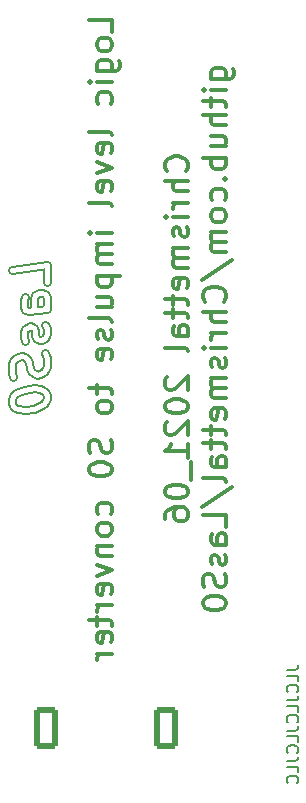
<source format=gbo>
%TF.GenerationSoftware,KiCad,Pcbnew,(5.99.0-11096-g937f5138db)*%
%TF.CreationDate,2021-07-05T20:04:54+02:00*%
%TF.ProjectId,LasS0,4c617353-302e-46b6-9963-61645f706362,v0.1*%
%TF.SameCoordinates,Original*%
%TF.FileFunction,Legend,Bot*%
%TF.FilePolarity,Positive*%
%FSLAX46Y46*%
G04 Gerber Fmt 4.6, Leading zero omitted, Abs format (unit mm)*
G04 Created by KiCad (PCBNEW (5.99.0-11096-g937f5138db)) date 2021-07-05 20:04:54*
%MOMM*%
%LPD*%
G01*
G04 APERTURE LIST*
G04 Aperture macros list*
%AMRoundRect*
0 Rectangle with rounded corners*
0 $1 Rounding radius*
0 $2 $3 $4 $5 $6 $7 $8 $9 X,Y pos of 4 corners*
0 Add a 4 corners polygon primitive as box body*
4,1,4,$2,$3,$4,$5,$6,$7,$8,$9,$2,$3,0*
0 Add four circle primitives for the rounded corners*
1,1,$1+$1,$2,$3*
1,1,$1+$1,$4,$5*
1,1,$1+$1,$6,$7*
1,1,$1+$1,$8,$9*
0 Add four rect primitives between the rounded corners*
20,1,$1+$1,$2,$3,$4,$5,0*
20,1,$1+$1,$4,$5,$6,$7,0*
20,1,$1+$1,$6,$7,$8,$9,0*
20,1,$1+$1,$8,$9,$2,$3,0*%
G04 Aperture macros list end*
%ADD10C,0.750000*%
%ADD11C,0.300000*%
%ADD12C,0.150000*%
%ADD13C,0.400000*%
%ADD14RoundRect,0.249999X0.790001X1.550001X-0.790001X1.550001X-0.790001X-1.550001X0.790001X-1.550001X0*%
%ADD15O,2.080000X3.600000*%
%ADD16C,5.700000*%
%ADD17O,1.600000X1.600000*%
%ADD18C,1.600000*%
%ADD19RoundRect,0.249999X-0.790001X-1.550001X0.790001X-1.550001X0.790001X1.550001X-0.790001X1.550001X0*%
%ADD20C,0.800000*%
G04 APERTURE END LIST*
D10*
X140977142Y-95215982D02*
X140977142Y-93787410D01*
X137977142Y-94162410D01*
X140977142Y-97501696D02*
X139405714Y-97698125D01*
X139120000Y-97590982D01*
X138977142Y-97323125D01*
X138977142Y-96751696D01*
X139120000Y-96448125D01*
X140834285Y-97519553D02*
X140977142Y-97215982D01*
X140977142Y-96501696D01*
X140834285Y-96233839D01*
X140548571Y-96126696D01*
X140262857Y-96162410D01*
X139977142Y-96340982D01*
X139834285Y-96644553D01*
X139834285Y-97358839D01*
X139691428Y-97662410D01*
X140834285Y-98805267D02*
X140977142Y-99073125D01*
X140977142Y-99644553D01*
X140834285Y-99948125D01*
X140548571Y-100126696D01*
X140405714Y-100144553D01*
X140120000Y-100037410D01*
X139977142Y-99769553D01*
X139977142Y-99340982D01*
X139834285Y-99073125D01*
X139548571Y-98965982D01*
X139405714Y-98983839D01*
X139120000Y-99162410D01*
X138977142Y-99465982D01*
X138977142Y-99894553D01*
X139120000Y-100162410D01*
X140834285Y-101233839D02*
X140977142Y-101644553D01*
X140977142Y-102358839D01*
X140834285Y-102662410D01*
X140691428Y-102823125D01*
X140405714Y-103001696D01*
X140120000Y-103037410D01*
X139834285Y-102930267D01*
X139691428Y-102805267D01*
X139548571Y-102537410D01*
X139405714Y-101983839D01*
X139262857Y-101715982D01*
X139120000Y-101590982D01*
X138834285Y-101483839D01*
X138548571Y-101519553D01*
X138262857Y-101698125D01*
X138120000Y-101858839D01*
X137977142Y-102162410D01*
X137977142Y-102876696D01*
X138120000Y-103287410D01*
X137977142Y-105162410D02*
X137977142Y-105448125D01*
X138120000Y-105715982D01*
X138262857Y-105840982D01*
X138548571Y-105948125D01*
X139120000Y-106019553D01*
X139834285Y-105930267D01*
X140405714Y-105715982D01*
X140691428Y-105537410D01*
X140834285Y-105376696D01*
X140977142Y-105073125D01*
X140977142Y-104787410D01*
X140834285Y-104519553D01*
X140691428Y-104394553D01*
X140405714Y-104287410D01*
X139834285Y-104215982D01*
X139120000Y-104305267D01*
X138548571Y-104519553D01*
X138262857Y-104698125D01*
X138120000Y-104858839D01*
X137977142Y-105162410D01*
D11*
X146489761Y-73999999D02*
X146489761Y-73047619D01*
X144489761Y-73047619D01*
X146489761Y-74952380D02*
X146394523Y-74761904D01*
X146299285Y-74666666D01*
X146108809Y-74571428D01*
X145537380Y-74571428D01*
X145346904Y-74666666D01*
X145251666Y-74761904D01*
X145156428Y-74952380D01*
X145156428Y-75238095D01*
X145251666Y-75428571D01*
X145346904Y-75523809D01*
X145537380Y-75619047D01*
X146108809Y-75619047D01*
X146299285Y-75523809D01*
X146394523Y-75428571D01*
X146489761Y-75238095D01*
X146489761Y-74952380D01*
X145156428Y-77333333D02*
X146775476Y-77333333D01*
X146965952Y-77238095D01*
X147061190Y-77142857D01*
X147156428Y-76952380D01*
X147156428Y-76666666D01*
X147061190Y-76476190D01*
X146394523Y-77333333D02*
X146489761Y-77142857D01*
X146489761Y-76761904D01*
X146394523Y-76571428D01*
X146299285Y-76476190D01*
X146108809Y-76380952D01*
X145537380Y-76380952D01*
X145346904Y-76476190D01*
X145251666Y-76571428D01*
X145156428Y-76761904D01*
X145156428Y-77142857D01*
X145251666Y-77333333D01*
X146489761Y-78285714D02*
X145156428Y-78285714D01*
X144489761Y-78285714D02*
X144585000Y-78190476D01*
X144680238Y-78285714D01*
X144585000Y-78380952D01*
X144489761Y-78285714D01*
X144680238Y-78285714D01*
X146394523Y-80095238D02*
X146489761Y-79904761D01*
X146489761Y-79523809D01*
X146394523Y-79333333D01*
X146299285Y-79238095D01*
X146108809Y-79142857D01*
X145537380Y-79142857D01*
X145346904Y-79238095D01*
X145251666Y-79333333D01*
X145156428Y-79523809D01*
X145156428Y-79904761D01*
X145251666Y-80095238D01*
X146489761Y-82761904D02*
X146394523Y-82571428D01*
X146204047Y-82476190D01*
X144489761Y-82476190D01*
X146394523Y-84285714D02*
X146489761Y-84095238D01*
X146489761Y-83714285D01*
X146394523Y-83523809D01*
X146204047Y-83428571D01*
X145442142Y-83428571D01*
X145251666Y-83523809D01*
X145156428Y-83714285D01*
X145156428Y-84095238D01*
X145251666Y-84285714D01*
X145442142Y-84380952D01*
X145632619Y-84380952D01*
X145823095Y-83428571D01*
X145156428Y-85047619D02*
X146489761Y-85523809D01*
X145156428Y-85999999D01*
X146394523Y-87523809D02*
X146489761Y-87333333D01*
X146489761Y-86952380D01*
X146394523Y-86761904D01*
X146204047Y-86666666D01*
X145442142Y-86666666D01*
X145251666Y-86761904D01*
X145156428Y-86952380D01*
X145156428Y-87333333D01*
X145251666Y-87523809D01*
X145442142Y-87619047D01*
X145632619Y-87619047D01*
X145823095Y-86666666D01*
X146489761Y-88761904D02*
X146394523Y-88571428D01*
X146204047Y-88476190D01*
X144489761Y-88476190D01*
X146489761Y-91047619D02*
X145156428Y-91047619D01*
X144489761Y-91047619D02*
X144585000Y-90952380D01*
X144680238Y-91047619D01*
X144585000Y-91142857D01*
X144489761Y-91047619D01*
X144680238Y-91047619D01*
X146489761Y-91999999D02*
X145156428Y-91999999D01*
X145346904Y-91999999D02*
X145251666Y-92095238D01*
X145156428Y-92285714D01*
X145156428Y-92571428D01*
X145251666Y-92761904D01*
X145442142Y-92857142D01*
X146489761Y-92857142D01*
X145442142Y-92857142D02*
X145251666Y-92952380D01*
X145156428Y-93142857D01*
X145156428Y-93428571D01*
X145251666Y-93619047D01*
X145442142Y-93714285D01*
X146489761Y-93714285D01*
X145156428Y-94666666D02*
X147156428Y-94666666D01*
X145251666Y-94666666D02*
X145156428Y-94857142D01*
X145156428Y-95238095D01*
X145251666Y-95428571D01*
X145346904Y-95523809D01*
X145537380Y-95619047D01*
X146108809Y-95619047D01*
X146299285Y-95523809D01*
X146394523Y-95428571D01*
X146489761Y-95238095D01*
X146489761Y-94857142D01*
X146394523Y-94666666D01*
X145156428Y-97333333D02*
X146489761Y-97333333D01*
X145156428Y-96476190D02*
X146204047Y-96476190D01*
X146394523Y-96571428D01*
X146489761Y-96761904D01*
X146489761Y-97047619D01*
X146394523Y-97238095D01*
X146299285Y-97333333D01*
X146489761Y-98571428D02*
X146394523Y-98380952D01*
X146204047Y-98285714D01*
X144489761Y-98285714D01*
X146394523Y-99238095D02*
X146489761Y-99428571D01*
X146489761Y-99809523D01*
X146394523Y-99999999D01*
X146204047Y-100095238D01*
X146108809Y-100095238D01*
X145918333Y-99999999D01*
X145823095Y-99809523D01*
X145823095Y-99523809D01*
X145727857Y-99333333D01*
X145537380Y-99238095D01*
X145442142Y-99238095D01*
X145251666Y-99333333D01*
X145156428Y-99523809D01*
X145156428Y-99809523D01*
X145251666Y-99999999D01*
X146394523Y-101714285D02*
X146489761Y-101523809D01*
X146489761Y-101142857D01*
X146394523Y-100952380D01*
X146204047Y-100857142D01*
X145442142Y-100857142D01*
X145251666Y-100952380D01*
X145156428Y-101142857D01*
X145156428Y-101523809D01*
X145251666Y-101714285D01*
X145442142Y-101809523D01*
X145632619Y-101809523D01*
X145823095Y-100857142D01*
X145156428Y-103904761D02*
X145156428Y-104666666D01*
X144489761Y-104190476D02*
X146204047Y-104190476D01*
X146394523Y-104285714D01*
X146489761Y-104476190D01*
X146489761Y-104666666D01*
X146489761Y-105619047D02*
X146394523Y-105428571D01*
X146299285Y-105333333D01*
X146108809Y-105238095D01*
X145537380Y-105238095D01*
X145346904Y-105333333D01*
X145251666Y-105428571D01*
X145156428Y-105619047D01*
X145156428Y-105904761D01*
X145251666Y-106095238D01*
X145346904Y-106190476D01*
X145537380Y-106285714D01*
X146108809Y-106285714D01*
X146299285Y-106190476D01*
X146394523Y-106095238D01*
X146489761Y-105904761D01*
X146489761Y-105619047D01*
X146394523Y-108571428D02*
X146489761Y-108857142D01*
X146489761Y-109333333D01*
X146394523Y-109523809D01*
X146299285Y-109619047D01*
X146108809Y-109714285D01*
X145918333Y-109714285D01*
X145727857Y-109619047D01*
X145632619Y-109523809D01*
X145537380Y-109333333D01*
X145442142Y-108952380D01*
X145346904Y-108761904D01*
X145251666Y-108666666D01*
X145061190Y-108571428D01*
X144870714Y-108571428D01*
X144680238Y-108666666D01*
X144585000Y-108761904D01*
X144489761Y-108952380D01*
X144489761Y-109428571D01*
X144585000Y-109714285D01*
X144489761Y-110952380D02*
X144489761Y-111142857D01*
X144585000Y-111333333D01*
X144680238Y-111428571D01*
X144870714Y-111523809D01*
X145251666Y-111619047D01*
X145727857Y-111619047D01*
X146108809Y-111523809D01*
X146299285Y-111428571D01*
X146394523Y-111333333D01*
X146489761Y-111142857D01*
X146489761Y-110952380D01*
X146394523Y-110761904D01*
X146299285Y-110666666D01*
X146108809Y-110571428D01*
X145727857Y-110476190D01*
X145251666Y-110476190D01*
X144870714Y-110571428D01*
X144680238Y-110666666D01*
X144585000Y-110761904D01*
X144489761Y-110952380D01*
X146394523Y-114857142D02*
X146489761Y-114666666D01*
X146489761Y-114285714D01*
X146394523Y-114095238D01*
X146299285Y-113999999D01*
X146108809Y-113904761D01*
X145537380Y-113904761D01*
X145346904Y-113999999D01*
X145251666Y-114095238D01*
X145156428Y-114285714D01*
X145156428Y-114666666D01*
X145251666Y-114857142D01*
X146489761Y-115999999D02*
X146394523Y-115809523D01*
X146299285Y-115714285D01*
X146108809Y-115619047D01*
X145537380Y-115619047D01*
X145346904Y-115714285D01*
X145251666Y-115809523D01*
X145156428Y-115999999D01*
X145156428Y-116285714D01*
X145251666Y-116476190D01*
X145346904Y-116571428D01*
X145537380Y-116666666D01*
X146108809Y-116666666D01*
X146299285Y-116571428D01*
X146394523Y-116476190D01*
X146489761Y-116285714D01*
X146489761Y-115999999D01*
X145156428Y-117523809D02*
X146489761Y-117523809D01*
X145346904Y-117523809D02*
X145251666Y-117619047D01*
X145156428Y-117809523D01*
X145156428Y-118095238D01*
X145251666Y-118285714D01*
X145442142Y-118380952D01*
X146489761Y-118380952D01*
X145156428Y-119142857D02*
X146489761Y-119619047D01*
X145156428Y-120095238D01*
X146394523Y-121619047D02*
X146489761Y-121428571D01*
X146489761Y-121047619D01*
X146394523Y-120857142D01*
X146204047Y-120761904D01*
X145442142Y-120761904D01*
X145251666Y-120857142D01*
X145156428Y-121047619D01*
X145156428Y-121428571D01*
X145251666Y-121619047D01*
X145442142Y-121714285D01*
X145632619Y-121714285D01*
X145823095Y-120761904D01*
X146489761Y-122571428D02*
X145156428Y-122571428D01*
X145537380Y-122571428D02*
X145346904Y-122666666D01*
X145251666Y-122761904D01*
X145156428Y-122952380D01*
X145156428Y-123142857D01*
X145156428Y-123523809D02*
X145156428Y-124285714D01*
X144489761Y-123809523D02*
X146204047Y-123809523D01*
X146394523Y-123904761D01*
X146489761Y-124095238D01*
X146489761Y-124285714D01*
X146394523Y-125714285D02*
X146489761Y-125523809D01*
X146489761Y-125142857D01*
X146394523Y-124952380D01*
X146204047Y-124857142D01*
X145442142Y-124857142D01*
X145251666Y-124952380D01*
X145156428Y-125142857D01*
X145156428Y-125523809D01*
X145251666Y-125714285D01*
X145442142Y-125809523D01*
X145632619Y-125809523D01*
X145823095Y-124857142D01*
X146489761Y-126666666D02*
X145156428Y-126666666D01*
X145537380Y-126666666D02*
X145346904Y-126761904D01*
X145251666Y-126857142D01*
X145156428Y-127047619D01*
X145156428Y-127238095D01*
X152739285Y-85809523D02*
X152834523Y-85714285D01*
X152929761Y-85428571D01*
X152929761Y-85238095D01*
X152834523Y-84952380D01*
X152644047Y-84761904D01*
X152453571Y-84666666D01*
X152072619Y-84571428D01*
X151786904Y-84571428D01*
X151405952Y-84666666D01*
X151215476Y-84761904D01*
X151025000Y-84952380D01*
X150929761Y-85238095D01*
X150929761Y-85428571D01*
X151025000Y-85714285D01*
X151120238Y-85809523D01*
X152929761Y-86666666D02*
X150929761Y-86666666D01*
X152929761Y-87523809D02*
X151882142Y-87523809D01*
X151691666Y-87428571D01*
X151596428Y-87238095D01*
X151596428Y-86952380D01*
X151691666Y-86761904D01*
X151786904Y-86666666D01*
X152929761Y-88476190D02*
X151596428Y-88476190D01*
X151977380Y-88476190D02*
X151786904Y-88571428D01*
X151691666Y-88666666D01*
X151596428Y-88857142D01*
X151596428Y-89047619D01*
X152929761Y-89714285D02*
X151596428Y-89714285D01*
X150929761Y-89714285D02*
X151025000Y-89619047D01*
X151120238Y-89714285D01*
X151025000Y-89809523D01*
X150929761Y-89714285D01*
X151120238Y-89714285D01*
X152834523Y-90571428D02*
X152929761Y-90761904D01*
X152929761Y-91142857D01*
X152834523Y-91333333D01*
X152644047Y-91428571D01*
X152548809Y-91428571D01*
X152358333Y-91333333D01*
X152263095Y-91142857D01*
X152263095Y-90857142D01*
X152167857Y-90666666D01*
X151977380Y-90571428D01*
X151882142Y-90571428D01*
X151691666Y-90666666D01*
X151596428Y-90857142D01*
X151596428Y-91142857D01*
X151691666Y-91333333D01*
X152929761Y-92285714D02*
X151596428Y-92285714D01*
X151786904Y-92285714D02*
X151691666Y-92380952D01*
X151596428Y-92571428D01*
X151596428Y-92857142D01*
X151691666Y-93047619D01*
X151882142Y-93142857D01*
X152929761Y-93142857D01*
X151882142Y-93142857D02*
X151691666Y-93238095D01*
X151596428Y-93428571D01*
X151596428Y-93714285D01*
X151691666Y-93904761D01*
X151882142Y-94000000D01*
X152929761Y-94000000D01*
X152834523Y-95714285D02*
X152929761Y-95523809D01*
X152929761Y-95142857D01*
X152834523Y-94952380D01*
X152644047Y-94857142D01*
X151882142Y-94857142D01*
X151691666Y-94952380D01*
X151596428Y-95142857D01*
X151596428Y-95523809D01*
X151691666Y-95714285D01*
X151882142Y-95809523D01*
X152072619Y-95809523D01*
X152263095Y-94857142D01*
X151596428Y-96380952D02*
X151596428Y-97142857D01*
X150929761Y-96666666D02*
X152644047Y-96666666D01*
X152834523Y-96761904D01*
X152929761Y-96952380D01*
X152929761Y-97142857D01*
X151596428Y-97523809D02*
X151596428Y-98285714D01*
X150929761Y-97809523D02*
X152644047Y-97809523D01*
X152834523Y-97904761D01*
X152929761Y-98095238D01*
X152929761Y-98285714D01*
X152929761Y-99809523D02*
X151882142Y-99809523D01*
X151691666Y-99714285D01*
X151596428Y-99523809D01*
X151596428Y-99142857D01*
X151691666Y-98952380D01*
X152834523Y-99809523D02*
X152929761Y-99619047D01*
X152929761Y-99142857D01*
X152834523Y-98952380D01*
X152644047Y-98857142D01*
X152453571Y-98857142D01*
X152263095Y-98952380D01*
X152167857Y-99142857D01*
X152167857Y-99619047D01*
X152072619Y-99809523D01*
X152929761Y-101047619D02*
X152834523Y-100857142D01*
X152644047Y-100761904D01*
X150929761Y-100761904D01*
X151120238Y-103238095D02*
X151025000Y-103333333D01*
X150929761Y-103523809D01*
X150929761Y-104000000D01*
X151025000Y-104190476D01*
X151120238Y-104285714D01*
X151310714Y-104380952D01*
X151501190Y-104380952D01*
X151786904Y-104285714D01*
X152929761Y-103142857D01*
X152929761Y-104380952D01*
X150929761Y-105619047D02*
X150929761Y-105809523D01*
X151025000Y-106000000D01*
X151120238Y-106095238D01*
X151310714Y-106190476D01*
X151691666Y-106285714D01*
X152167857Y-106285714D01*
X152548809Y-106190476D01*
X152739285Y-106095238D01*
X152834523Y-106000000D01*
X152929761Y-105809523D01*
X152929761Y-105619047D01*
X152834523Y-105428571D01*
X152739285Y-105333333D01*
X152548809Y-105238095D01*
X152167857Y-105142857D01*
X151691666Y-105142857D01*
X151310714Y-105238095D01*
X151120238Y-105333333D01*
X151025000Y-105428571D01*
X150929761Y-105619047D01*
X151120238Y-107047619D02*
X151025000Y-107142857D01*
X150929761Y-107333333D01*
X150929761Y-107809523D01*
X151025000Y-108000000D01*
X151120238Y-108095238D01*
X151310714Y-108190476D01*
X151501190Y-108190476D01*
X151786904Y-108095238D01*
X152929761Y-106952380D01*
X152929761Y-108190476D01*
X152929761Y-110095238D02*
X152929761Y-108952380D01*
X152929761Y-109523809D02*
X150929761Y-109523809D01*
X151215476Y-109333333D01*
X151405952Y-109142857D01*
X151501190Y-108952380D01*
X153120238Y-110476190D02*
X153120238Y-112000000D01*
X150929761Y-112857142D02*
X150929761Y-113047619D01*
X151025000Y-113238095D01*
X151120238Y-113333333D01*
X151310714Y-113428571D01*
X151691666Y-113523809D01*
X152167857Y-113523809D01*
X152548809Y-113428571D01*
X152739285Y-113333333D01*
X152834523Y-113238095D01*
X152929761Y-113047619D01*
X152929761Y-112857142D01*
X152834523Y-112666666D01*
X152739285Y-112571428D01*
X152548809Y-112476190D01*
X152167857Y-112380952D01*
X151691666Y-112380952D01*
X151310714Y-112476190D01*
X151120238Y-112571428D01*
X151025000Y-112666666D01*
X150929761Y-112857142D01*
X150929761Y-115238095D02*
X150929761Y-114857142D01*
X151025000Y-114666666D01*
X151120238Y-114571428D01*
X151405952Y-114380952D01*
X151786904Y-114285714D01*
X152548809Y-114285714D01*
X152739285Y-114380952D01*
X152834523Y-114476190D01*
X152929761Y-114666666D01*
X152929761Y-115047619D01*
X152834523Y-115238095D01*
X152739285Y-115333333D01*
X152548809Y-115428571D01*
X152072619Y-115428571D01*
X151882142Y-115333333D01*
X151786904Y-115238095D01*
X151691666Y-115047619D01*
X151691666Y-114666666D01*
X151786904Y-114476190D01*
X151882142Y-114380952D01*
X152072619Y-114285714D01*
X154816428Y-78000000D02*
X156435476Y-78000000D01*
X156625952Y-77904761D01*
X156721190Y-77809523D01*
X156816428Y-77619047D01*
X156816428Y-77333333D01*
X156721190Y-77142857D01*
X156054523Y-78000000D02*
X156149761Y-77809523D01*
X156149761Y-77428571D01*
X156054523Y-77238095D01*
X155959285Y-77142857D01*
X155768809Y-77047619D01*
X155197380Y-77047619D01*
X155006904Y-77142857D01*
X154911666Y-77238095D01*
X154816428Y-77428571D01*
X154816428Y-77809523D01*
X154911666Y-78000000D01*
X156149761Y-78952380D02*
X154816428Y-78952380D01*
X154149761Y-78952380D02*
X154245000Y-78857142D01*
X154340238Y-78952380D01*
X154245000Y-79047619D01*
X154149761Y-78952380D01*
X154340238Y-78952380D01*
X154816428Y-79619047D02*
X154816428Y-80380952D01*
X154149761Y-79904761D02*
X155864047Y-79904761D01*
X156054523Y-80000000D01*
X156149761Y-80190476D01*
X156149761Y-80380952D01*
X156149761Y-81047619D02*
X154149761Y-81047619D01*
X156149761Y-81904761D02*
X155102142Y-81904761D01*
X154911666Y-81809523D01*
X154816428Y-81619047D01*
X154816428Y-81333333D01*
X154911666Y-81142857D01*
X155006904Y-81047619D01*
X154816428Y-83714285D02*
X156149761Y-83714285D01*
X154816428Y-82857142D02*
X155864047Y-82857142D01*
X156054523Y-82952380D01*
X156149761Y-83142857D01*
X156149761Y-83428571D01*
X156054523Y-83619047D01*
X155959285Y-83714285D01*
X156149761Y-84666666D02*
X154149761Y-84666666D01*
X154911666Y-84666666D02*
X154816428Y-84857142D01*
X154816428Y-85238095D01*
X154911666Y-85428571D01*
X155006904Y-85523809D01*
X155197380Y-85619047D01*
X155768809Y-85619047D01*
X155959285Y-85523809D01*
X156054523Y-85428571D01*
X156149761Y-85238095D01*
X156149761Y-84857142D01*
X156054523Y-84666666D01*
X155959285Y-86476190D02*
X156054523Y-86571428D01*
X156149761Y-86476190D01*
X156054523Y-86380952D01*
X155959285Y-86476190D01*
X156149761Y-86476190D01*
X156054523Y-88285714D02*
X156149761Y-88095238D01*
X156149761Y-87714285D01*
X156054523Y-87523809D01*
X155959285Y-87428571D01*
X155768809Y-87333333D01*
X155197380Y-87333333D01*
X155006904Y-87428571D01*
X154911666Y-87523809D01*
X154816428Y-87714285D01*
X154816428Y-88095238D01*
X154911666Y-88285714D01*
X156149761Y-89428571D02*
X156054523Y-89238095D01*
X155959285Y-89142857D01*
X155768809Y-89047619D01*
X155197380Y-89047619D01*
X155006904Y-89142857D01*
X154911666Y-89238095D01*
X154816428Y-89428571D01*
X154816428Y-89714285D01*
X154911666Y-89904761D01*
X155006904Y-90000000D01*
X155197380Y-90095238D01*
X155768809Y-90095238D01*
X155959285Y-90000000D01*
X156054523Y-89904761D01*
X156149761Y-89714285D01*
X156149761Y-89428571D01*
X156149761Y-90952380D02*
X154816428Y-90952380D01*
X155006904Y-90952380D02*
X154911666Y-91047619D01*
X154816428Y-91238095D01*
X154816428Y-91523809D01*
X154911666Y-91714285D01*
X155102142Y-91809523D01*
X156149761Y-91809523D01*
X155102142Y-91809523D02*
X154911666Y-91904761D01*
X154816428Y-92095238D01*
X154816428Y-92380952D01*
X154911666Y-92571428D01*
X155102142Y-92666666D01*
X156149761Y-92666666D01*
X154054523Y-95047619D02*
X156625952Y-93333333D01*
X155959285Y-96857142D02*
X156054523Y-96761904D01*
X156149761Y-96476190D01*
X156149761Y-96285714D01*
X156054523Y-96000000D01*
X155864047Y-95809523D01*
X155673571Y-95714285D01*
X155292619Y-95619047D01*
X155006904Y-95619047D01*
X154625952Y-95714285D01*
X154435476Y-95809523D01*
X154245000Y-96000000D01*
X154149761Y-96285714D01*
X154149761Y-96476190D01*
X154245000Y-96761904D01*
X154340238Y-96857142D01*
X156149761Y-97714285D02*
X154149761Y-97714285D01*
X156149761Y-98571428D02*
X155102142Y-98571428D01*
X154911666Y-98476190D01*
X154816428Y-98285714D01*
X154816428Y-98000000D01*
X154911666Y-97809523D01*
X155006904Y-97714285D01*
X156149761Y-99523809D02*
X154816428Y-99523809D01*
X155197380Y-99523809D02*
X155006904Y-99619047D01*
X154911666Y-99714285D01*
X154816428Y-99904761D01*
X154816428Y-100095238D01*
X156149761Y-100761904D02*
X154816428Y-100761904D01*
X154149761Y-100761904D02*
X154245000Y-100666666D01*
X154340238Y-100761904D01*
X154245000Y-100857142D01*
X154149761Y-100761904D01*
X154340238Y-100761904D01*
X156054523Y-101619047D02*
X156149761Y-101809523D01*
X156149761Y-102190476D01*
X156054523Y-102380952D01*
X155864047Y-102476190D01*
X155768809Y-102476190D01*
X155578333Y-102380952D01*
X155483095Y-102190476D01*
X155483095Y-101904761D01*
X155387857Y-101714285D01*
X155197380Y-101619047D01*
X155102142Y-101619047D01*
X154911666Y-101714285D01*
X154816428Y-101904761D01*
X154816428Y-102190476D01*
X154911666Y-102380952D01*
X156149761Y-103333333D02*
X154816428Y-103333333D01*
X155006904Y-103333333D02*
X154911666Y-103428571D01*
X154816428Y-103619047D01*
X154816428Y-103904761D01*
X154911666Y-104095238D01*
X155102142Y-104190476D01*
X156149761Y-104190476D01*
X155102142Y-104190476D02*
X154911666Y-104285714D01*
X154816428Y-104476190D01*
X154816428Y-104761904D01*
X154911666Y-104952380D01*
X155102142Y-105047619D01*
X156149761Y-105047619D01*
X156054523Y-106761904D02*
X156149761Y-106571428D01*
X156149761Y-106190476D01*
X156054523Y-106000000D01*
X155864047Y-105904761D01*
X155102142Y-105904761D01*
X154911666Y-106000000D01*
X154816428Y-106190476D01*
X154816428Y-106571428D01*
X154911666Y-106761904D01*
X155102142Y-106857142D01*
X155292619Y-106857142D01*
X155483095Y-105904761D01*
X154816428Y-107428571D02*
X154816428Y-108190476D01*
X154149761Y-107714285D02*
X155864047Y-107714285D01*
X156054523Y-107809523D01*
X156149761Y-108000000D01*
X156149761Y-108190476D01*
X154816428Y-108571428D02*
X154816428Y-109333333D01*
X154149761Y-108857142D02*
X155864047Y-108857142D01*
X156054523Y-108952380D01*
X156149761Y-109142857D01*
X156149761Y-109333333D01*
X156149761Y-110857142D02*
X155102142Y-110857142D01*
X154911666Y-110761904D01*
X154816428Y-110571428D01*
X154816428Y-110190476D01*
X154911666Y-110000000D01*
X156054523Y-110857142D02*
X156149761Y-110666666D01*
X156149761Y-110190476D01*
X156054523Y-110000000D01*
X155864047Y-109904761D01*
X155673571Y-109904761D01*
X155483095Y-110000000D01*
X155387857Y-110190476D01*
X155387857Y-110666666D01*
X155292619Y-110857142D01*
X156149761Y-112095238D02*
X156054523Y-111904761D01*
X155864047Y-111809523D01*
X154149761Y-111809523D01*
X154054523Y-114285714D02*
X156625952Y-112571428D01*
X156149761Y-115904761D02*
X156149761Y-114952380D01*
X154149761Y-114952380D01*
X156149761Y-117428571D02*
X155102142Y-117428571D01*
X154911666Y-117333333D01*
X154816428Y-117142857D01*
X154816428Y-116761904D01*
X154911666Y-116571428D01*
X156054523Y-117428571D02*
X156149761Y-117238095D01*
X156149761Y-116761904D01*
X156054523Y-116571428D01*
X155864047Y-116476190D01*
X155673571Y-116476190D01*
X155483095Y-116571428D01*
X155387857Y-116761904D01*
X155387857Y-117238095D01*
X155292619Y-117428571D01*
X156054523Y-118285714D02*
X156149761Y-118476190D01*
X156149761Y-118857142D01*
X156054523Y-119047619D01*
X155864047Y-119142857D01*
X155768809Y-119142857D01*
X155578333Y-119047619D01*
X155483095Y-118857142D01*
X155483095Y-118571428D01*
X155387857Y-118380952D01*
X155197380Y-118285714D01*
X155102142Y-118285714D01*
X154911666Y-118380952D01*
X154816428Y-118571428D01*
X154816428Y-118857142D01*
X154911666Y-119047619D01*
X156054523Y-119904761D02*
X156149761Y-120190476D01*
X156149761Y-120666666D01*
X156054523Y-120857142D01*
X155959285Y-120952380D01*
X155768809Y-121047619D01*
X155578333Y-121047619D01*
X155387857Y-120952380D01*
X155292619Y-120857142D01*
X155197380Y-120666666D01*
X155102142Y-120285714D01*
X155006904Y-120095238D01*
X154911666Y-120000000D01*
X154721190Y-119904761D01*
X154530714Y-119904761D01*
X154340238Y-120000000D01*
X154245000Y-120095238D01*
X154149761Y-120285714D01*
X154149761Y-120761904D01*
X154245000Y-121047619D01*
X154149761Y-122285714D02*
X154149761Y-122476190D01*
X154245000Y-122666666D01*
X154340238Y-122761904D01*
X154530714Y-122857142D01*
X154911666Y-122952380D01*
X155387857Y-122952380D01*
X155768809Y-122857142D01*
X155959285Y-122761904D01*
X156054523Y-122666666D01*
X156149761Y-122476190D01*
X156149761Y-122285714D01*
X156054523Y-122095238D01*
X155959285Y-121999999D01*
X155768809Y-121904761D01*
X155387857Y-121809523D01*
X154911666Y-121809523D01*
X154530714Y-121904761D01*
X154340238Y-121999999D01*
X154245000Y-122095238D01*
X154149761Y-122285714D01*
D12*
X161252380Y-128046952D02*
X161966666Y-128046952D01*
X162109523Y-127999333D01*
X162204761Y-127904095D01*
X162252380Y-127761238D01*
X162252380Y-127666000D01*
X162252380Y-128999333D02*
X162252380Y-128523142D01*
X161252380Y-128523142D01*
X162157142Y-129904095D02*
X162204761Y-129856476D01*
X162252380Y-129713619D01*
X162252380Y-129618380D01*
X162204761Y-129475523D01*
X162109523Y-129380285D01*
X162014285Y-129332666D01*
X161823809Y-129285047D01*
X161680952Y-129285047D01*
X161490476Y-129332666D01*
X161395238Y-129380285D01*
X161300000Y-129475523D01*
X161252380Y-129618380D01*
X161252380Y-129713619D01*
X161300000Y-129856476D01*
X161347619Y-129904095D01*
X161252380Y-130618380D02*
X161966666Y-130618380D01*
X162109523Y-130570761D01*
X162204761Y-130475523D01*
X162252380Y-130332666D01*
X162252380Y-130237428D01*
X162252380Y-131570761D02*
X162252380Y-131094571D01*
X161252380Y-131094571D01*
X162157142Y-132475523D02*
X162204761Y-132427904D01*
X162252380Y-132285047D01*
X162252380Y-132189809D01*
X162204761Y-132046952D01*
X162109523Y-131951714D01*
X162014285Y-131904095D01*
X161823809Y-131856476D01*
X161680952Y-131856476D01*
X161490476Y-131904095D01*
X161395238Y-131951714D01*
X161300000Y-132046952D01*
X161252380Y-132189809D01*
X161252380Y-132285047D01*
X161300000Y-132427904D01*
X161347619Y-132475523D01*
X161252380Y-133189809D02*
X161966666Y-133189809D01*
X162109523Y-133142190D01*
X162204761Y-133046952D01*
X162252380Y-132904095D01*
X162252380Y-132808857D01*
X162252380Y-134142190D02*
X162252380Y-133666000D01*
X161252380Y-133666000D01*
X162157142Y-135046952D02*
X162204761Y-134999333D01*
X162252380Y-134856476D01*
X162252380Y-134761238D01*
X162204761Y-134618380D01*
X162109523Y-134523142D01*
X162014285Y-134475523D01*
X161823809Y-134427904D01*
X161680952Y-134427904D01*
X161490476Y-134475523D01*
X161395238Y-134523142D01*
X161300000Y-134618380D01*
X161252380Y-134761238D01*
X161252380Y-134856476D01*
X161300000Y-134999333D01*
X161347619Y-135046952D01*
X161252380Y-135761238D02*
X161966666Y-135761238D01*
X162109523Y-135713619D01*
X162204761Y-135618380D01*
X162252380Y-135475523D01*
X162252380Y-135380285D01*
X162252380Y-136713619D02*
X162252380Y-136237428D01*
X161252380Y-136237428D01*
X162157142Y-137618380D02*
X162204761Y-137570761D01*
X162252380Y-137427904D01*
X162252380Y-137332666D01*
X162204761Y-137189809D01*
X162109523Y-137094571D01*
X162014285Y-137046952D01*
X161823809Y-136999333D01*
X161680952Y-136999333D01*
X161490476Y-137046952D01*
X161395238Y-137094571D01*
X161300000Y-137189809D01*
X161252380Y-137332666D01*
X161252380Y-137427904D01*
X161300000Y-137570761D01*
X161347619Y-137618380D01*
%LPC*%
D13*
X140977142Y-95215982D02*
X140977142Y-93787410D01*
X137977142Y-94162410D01*
X140977142Y-97501696D02*
X139405714Y-97698125D01*
X139120000Y-97590982D01*
X138977142Y-97323125D01*
X138977142Y-96751696D01*
X139120000Y-96448125D01*
X140834285Y-97519553D02*
X140977142Y-97215982D01*
X140977142Y-96501696D01*
X140834285Y-96233839D01*
X140548571Y-96126696D01*
X140262857Y-96162410D01*
X139977142Y-96340982D01*
X139834285Y-96644553D01*
X139834285Y-97358839D01*
X139691428Y-97662410D01*
X140834285Y-98805267D02*
X140977142Y-99073125D01*
X140977142Y-99644553D01*
X140834285Y-99948125D01*
X140548571Y-100126696D01*
X140405714Y-100144553D01*
X140120000Y-100037410D01*
X139977142Y-99769553D01*
X139977142Y-99340982D01*
X139834285Y-99073125D01*
X139548571Y-98965982D01*
X139405714Y-98983839D01*
X139120000Y-99162410D01*
X138977142Y-99465982D01*
X138977142Y-99894553D01*
X139120000Y-100162410D01*
X140834285Y-101233839D02*
X140977142Y-101644553D01*
X140977142Y-102358839D01*
X140834285Y-102662410D01*
X140691428Y-102823125D01*
X140405714Y-103001696D01*
X140120000Y-103037410D01*
X139834285Y-102930267D01*
X139691428Y-102805267D01*
X139548571Y-102537410D01*
X139405714Y-101983839D01*
X139262857Y-101715982D01*
X139120000Y-101590982D01*
X138834285Y-101483839D01*
X138548571Y-101519553D01*
X138262857Y-101698125D01*
X138120000Y-101858839D01*
X137977142Y-102162410D01*
X137977142Y-102876696D01*
X138120000Y-103287410D01*
X137977142Y-105162410D02*
X137977142Y-105448125D01*
X138120000Y-105715982D01*
X138262857Y-105840982D01*
X138548571Y-105948125D01*
X139120000Y-106019553D01*
X139834285Y-105930267D01*
X140405714Y-105715982D01*
X140691428Y-105537410D01*
X140834285Y-105376696D01*
X140977142Y-105073125D01*
X140977142Y-104787410D01*
X140834285Y-104519553D01*
X140691428Y-104394553D01*
X140405714Y-104287410D01*
X139834285Y-104215982D01*
X139120000Y-104305267D01*
X138548571Y-104519553D01*
X138262857Y-104698125D01*
X138120000Y-104858839D01*
X137977142Y-105162410D01*
D14*
%TO.C,J3*%
X145970000Y-66990000D03*
D15*
X140890000Y-66990000D03*
%TD*%
D16*
%TO.C,H2*%
X136860000Y-127990000D03*
%TD*%
D14*
%TO.C,J4*%
X156130000Y-66990000D03*
D15*
X151050000Y-66990000D03*
%TD*%
D17*
%TO.C,LOGO1*%
X158544800Y-96215400D03*
D18*
X158544800Y-103835400D03*
%TD*%
D19*
%TO.C,J1*%
X140890000Y-132990000D03*
D15*
X145970000Y-132990000D03*
%TD*%
D19*
%TO.C,J2*%
X151050000Y-132990000D03*
D15*
X156130000Y-132990000D03*
%TD*%
D16*
%TO.C,H1*%
X160160000Y-72000000D03*
%TD*%
D20*
X146224000Y-89840000D03*
X160956000Y-113970000D03*
X159006000Y-77040000D03*
X140636000Y-117399000D03*
X147748000Y-83363000D03*
X148891000Y-112192000D03*
X139956000Y-95582000D03*
M02*

</source>
